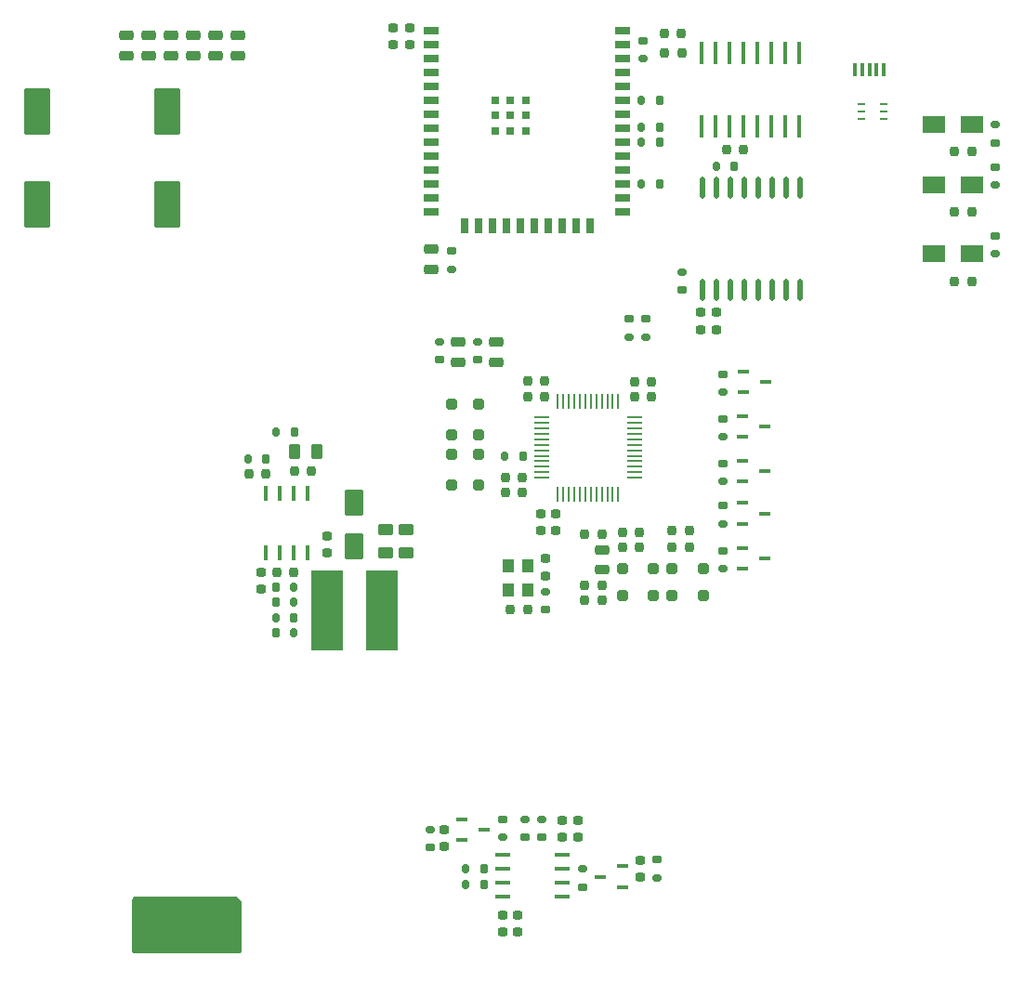
<source format=gbr>
%TF.GenerationSoftware,KiCad,Pcbnew,8.0.5*%
%TF.CreationDate,2024-11-25T17:26:56+07:00*%
%TF.ProjectId,MEASURE_POWER_AC,4d454153-5552-4455-9f50-4f5745525f41,rev?*%
%TF.SameCoordinates,Original*%
%TF.FileFunction,Paste,Top*%
%TF.FilePolarity,Positive*%
%FSLAX46Y46*%
G04 Gerber Fmt 4.6, Leading zero omitted, Abs format (unit mm)*
G04 Created by KiCad (PCBNEW 8.0.5) date 2024-11-25 17:26:56*
%MOMM*%
%LPD*%
G01*
G04 APERTURE LIST*
G04 Aperture macros list*
%AMRoundRect*
0 Rectangle with rounded corners*
0 $1 Rounding radius*
0 $2 $3 $4 $5 $6 $7 $8 $9 X,Y pos of 4 corners*
0 Add a 4 corners polygon primitive as box body*
4,1,4,$2,$3,$4,$5,$6,$7,$8,$9,$2,$3,0*
0 Add four circle primitives for the rounded corners*
1,1,$1+$1,$2,$3*
1,1,$1+$1,$4,$5*
1,1,$1+$1,$6,$7*
1,1,$1+$1,$8,$9*
0 Add four rect primitives between the rounded corners*
20,1,$1+$1,$2,$3,$4,$5,0*
20,1,$1+$1,$4,$5,$6,$7,0*
20,1,$1+$1,$6,$7,$8,$9,0*
20,1,$1+$1,$8,$9,$2,$3,0*%
G04 Aperture macros list end*
%ADD10RoundRect,0.170600X-0.244100X0.170600X-0.244100X-0.170600X0.244100X-0.170600X0.244100X0.170600X0*%
%ADD11RoundRect,0.174600X-0.249600X0.174600X-0.249600X-0.174600X0.249600X-0.174600X0.249600X0.174600X0*%
%ADD12RoundRect,0.170600X-0.170600X-0.244100X0.170600X-0.244100X0.170600X0.244100X-0.170600X0.244100X0*%
%ADD13RoundRect,0.174600X-0.174600X-0.249600X0.174600X-0.249600X0.174600X0.249600X-0.174600X0.249600X0*%
%ADD14RoundRect,0.218350X-0.430850X0.218350X-0.430850X-0.218350X0.430850X-0.218350X0.430850X0.218350X0*%
%ADD15RoundRect,0.199600X0.199600X0.224600X-0.199600X0.224600X-0.199600X-0.224600X0.199600X-0.224600X0*%
%ADD16RoundRect,0.199600X0.224600X-0.199600X0.224600X0.199600X-0.224600X0.199600X-0.224600X-0.199600X0*%
%ADD17RoundRect,0.170600X0.244100X-0.170600X0.244100X0.170600X-0.244100X0.170600X-0.244100X-0.170600X0*%
%ADD18RoundRect,0.174600X0.249600X-0.174600X0.249600X0.174600X-0.249600X0.174600X-0.249600X-0.174600X0*%
%ADD19RoundRect,0.218350X0.430850X-0.218350X0.430850X0.218350X-0.430850X0.218350X-0.430850X-0.218350X0*%
%ADD20R,1.066800X0.431800*%
%ADD21RoundRect,0.199600X-0.199600X-0.224600X0.199600X-0.224600X0.199600X0.224600X-0.199600X0.224600X0*%
%ADD22RoundRect,0.199600X-0.224600X0.199600X-0.224600X-0.199600X0.224600X-0.199600X0.224600X0.199600X0*%
%ADD23RoundRect,0.228383X-0.445817X0.308317X-0.445817X-0.308317X0.445817X-0.308317X0.445817X0.308317X0*%
%ADD24R,2.098400X1.598400*%
%ADD25RoundRect,0.235889X0.613311X-0.963311X0.613311X0.963311X-0.613311X0.963311X-0.613311X-0.963311X0*%
%ADD26RoundRect,0.170600X0.170600X0.244100X-0.170600X0.244100X-0.170600X-0.244100X0.170600X-0.244100X0*%
%ADD27RoundRect,0.174600X0.174600X0.249600X-0.174600X0.249600X-0.174600X-0.249600X0.174600X-0.249600X0*%
%ADD28R,1.398400X0.798400*%
%ADD29R,0.798400X1.398400*%
%ADD30R,0.798400X0.798400*%
%ADD31R,0.431800X1.358900*%
%ADD32R,2.895600X7.391400*%
%ADD33RoundRect,0.226909X-0.272291X-0.272291X0.272291X-0.272291X0.272291X0.272291X-0.272291X0.272291X0*%
%ADD34RoundRect,0.239840X0.959360X-1.909360X0.959360X1.909360X-0.959360X1.909360X-0.959360X-1.909360X0*%
%ADD35RoundRect,0.226909X-0.272291X0.272291X-0.272291X-0.272291X0.272291X-0.272291X0.272291X0.272291X0*%
%ADD36RoundRect,0.124600X0.124600X-0.849600X0.124600X0.849600X-0.124600X0.849600X-0.124600X-0.849600X0*%
%ADD37R,1.358900X0.431800*%
%ADD38R,0.177800X1.371600*%
%ADD39R,1.371600X0.177800*%
%ADD40RoundRect,0.226909X0.272291X0.272291X-0.272291X0.272291X-0.272291X-0.272291X0.272291X-0.272291X0*%
%ADD41R,0.457200X2.057400*%
%ADD42R,0.635000X0.254000*%
%ADD43RoundRect,0.226909X0.272291X-0.272291X0.272291X0.272291X-0.272291X0.272291X-0.272291X-0.272291X0*%
%ADD44R,1.098400X1.298400*%
%ADD45R,0.348400X1.198400*%
%ADD46RoundRect,0.228383X0.308317X0.445817X-0.308317X0.445817X-0.308317X-0.445817X0.308317X-0.445817X0*%
%ADD47RoundRect,0.225219X-0.423981X0.236481X-0.423981X-0.236481X0.423981X-0.236481X0.423981X0.236481X0*%
G04 APERTURE END LIST*
D10*
%TO.C,R5*%
X229756600Y-55157000D03*
D11*
X229756600Y-56807000D03*
%TD*%
D12*
%TO.C,R12*%
X244717200Y-33195600D03*
D13*
X246367200Y-33195600D03*
%TD*%
D14*
%TO.C,D23*%
X205887320Y-27281900D03*
X205887320Y-29156900D03*
%TD*%
D15*
%TO.C,C5*%
X245618600Y-58805000D03*
X244068600Y-58805000D03*
%TD*%
D16*
%TO.C,C98*%
X251510800Y-54064200D03*
X251510800Y-52514200D03*
%TD*%
D17*
%TO.C,R3*%
X276924400Y-47194200D03*
D18*
X276924400Y-45544200D03*
%TD*%
D12*
%TO.C,R9*%
X244691800Y-40815600D03*
D13*
X246341800Y-40815600D03*
%TD*%
D15*
%TO.C,C78*%
X213058809Y-76200000D03*
X211508809Y-76200000D03*
%TD*%
D17*
%TO.C,R8*%
X227418000Y-48587900D03*
D18*
X227418000Y-46937900D03*
%TD*%
D14*
%TO.C,D2*%
X231444800Y-55171100D03*
X231444800Y-57046100D03*
%TD*%
D19*
%TO.C,D25*%
X197739000Y-29156900D03*
X197739000Y-27281900D03*
%TD*%
D17*
%TO.C,R54*%
X252151000Y-71786599D03*
D18*
X252151000Y-70136599D03*
%TD*%
D15*
%TO.C,C16*%
X234315000Y-79587600D03*
X232765000Y-79587600D03*
%TD*%
D17*
%TO.C,R13*%
X244829400Y-29399600D03*
D18*
X244829400Y-27749600D03*
%TD*%
D16*
%TO.C,C11*%
X235534200Y-72403000D03*
X235534200Y-70853000D03*
%TD*%
D20*
%TO.C,Q3*%
X253974600Y-57898599D03*
X253974600Y-59798601D03*
X256006600Y-58848600D03*
%TD*%
D21*
%TO.C,C12*%
X232320800Y-68914200D03*
X233870800Y-68914200D03*
%TD*%
D17*
%TO.C,R6*%
X276924400Y-40920400D03*
D18*
X276924400Y-39270400D03*
%TD*%
D21*
%TO.C,C8*%
X247517000Y-73888600D03*
X249067000Y-73888600D03*
%TD*%
D22*
%TO.C,C17*%
X235956000Y-74951800D03*
X235956000Y-76501800D03*
%TD*%
D23*
%TO.C,C88*%
X223266000Y-72336138D03*
X223266000Y-74411138D03*
%TD*%
D24*
%TO.C,SW1*%
X271387200Y-47194200D03*
X274787200Y-47194200D03*
%TD*%
D19*
%TO.C,D3*%
X225526600Y-48587900D03*
X225526600Y-46712900D03*
%TD*%
D21*
%TO.C,C10*%
X232320800Y-67574800D03*
X233870800Y-67574800D03*
%TD*%
D10*
%TO.C,R7*%
X276924400Y-35396600D03*
D11*
X276924400Y-37046600D03*
%TD*%
D25*
%TO.C,D14*%
X218541600Y-69831200D03*
X218541600Y-73831200D03*
%TD*%
D26*
%TO.C,R38*%
X213058809Y-81674600D03*
D27*
X211408809Y-81674600D03*
%TD*%
D28*
%TO.C,U2*%
X225526600Y-26845600D03*
X225526600Y-28115600D03*
X225526600Y-29385600D03*
X225526600Y-30655600D03*
X225526600Y-31925600D03*
X225526600Y-33195600D03*
X225526600Y-34465600D03*
X225526600Y-35735600D03*
X225526600Y-37005600D03*
X225526600Y-38275600D03*
X225526600Y-39545600D03*
X225526600Y-40815600D03*
X225526600Y-42085600D03*
X225526600Y-43355600D03*
D29*
X228561600Y-44605600D03*
X229831600Y-44605600D03*
X231101600Y-44605600D03*
X232371600Y-44605600D03*
X233641600Y-44605600D03*
X234911600Y-44605600D03*
X236181600Y-44605600D03*
X237451600Y-44605600D03*
X238721600Y-44605600D03*
X239991600Y-44605600D03*
D28*
X243026600Y-43355600D03*
X243026600Y-42085600D03*
X243026600Y-40815600D03*
X243026600Y-39545600D03*
X243026600Y-38275600D03*
X243026600Y-37005600D03*
X243026600Y-35735600D03*
X243026600Y-34465600D03*
X243026600Y-33195600D03*
X243026600Y-31925600D03*
X243026600Y-30655600D03*
X243026600Y-29385600D03*
X243026600Y-28115600D03*
X243026600Y-26845600D03*
D30*
X231376600Y-33165600D03*
X232776600Y-33165600D03*
X234176600Y-33165600D03*
X231376600Y-34565600D03*
X232776600Y-34565600D03*
X234176600Y-34565600D03*
X231376600Y-35965600D03*
X232776600Y-35965600D03*
X234176600Y-35965600D03*
%TD*%
D16*
%TO.C,C9*%
X236905800Y-72377600D03*
X236905800Y-70827600D03*
%TD*%
D31*
%TO.C,U13*%
X214328809Y-68962838D03*
X213058809Y-68962838D03*
X211788809Y-68962838D03*
X210518809Y-68962838D03*
X210518809Y-74411138D03*
X211788809Y-74411138D03*
X213058809Y-74411138D03*
X214328809Y-74411138D03*
%TD*%
D32*
%TO.C,L1*%
X221027000Y-79687988D03*
X216027000Y-79687988D03*
%TD*%
D21*
%TO.C,C101*%
X246824200Y-28829000D03*
X248374200Y-28829000D03*
%TD*%
D22*
%TO.C,C68*%
X244627400Y-102399800D03*
X244627400Y-103949800D03*
%TD*%
D33*
%TO.C,D9*%
X242953100Y-75869800D03*
X245753100Y-75869800D03*
%TD*%
D10*
%TO.C,R1*%
X235944200Y-77937600D03*
D11*
X235944200Y-79587600D03*
%TD*%
D21*
%TO.C,C18*%
X273237200Y-49657000D03*
X274787200Y-49657000D03*
%TD*%
D12*
%TO.C,R2*%
X232245800Y-65569200D03*
D13*
X233895800Y-65569200D03*
%TD*%
D15*
%TO.C,C1*%
X245618600Y-60202000D03*
X244068600Y-60202000D03*
%TD*%
D34*
%TO.C,C92*%
X189687200Y-42630200D03*
X189687200Y-34230200D03*
%TD*%
D21*
%TO.C,C14*%
X239556800Y-77368400D03*
X241106800Y-77368400D03*
%TD*%
D16*
%TO.C,C97*%
X250139200Y-54064200D03*
X250139200Y-52514200D03*
%TD*%
D14*
%TO.C,D1*%
X227998200Y-55188000D03*
X227998200Y-57063000D03*
%TD*%
D20*
%TO.C,Q1*%
X228371400Y-98691800D03*
X228371400Y-100591802D03*
X230403400Y-99641801D03*
%TD*%
D21*
%TO.C,C100*%
X246769200Y-27051000D03*
X248319200Y-27051000D03*
%TD*%
D12*
%TO.C,R10*%
X244691800Y-37033600D03*
D13*
X246341800Y-37033600D03*
%TD*%
D17*
%TO.C,R31*%
X232073450Y-100341800D03*
D18*
X232073450Y-98691800D03*
%TD*%
D12*
%TO.C,R57*%
X251510800Y-39153200D03*
D13*
X253160800Y-39153200D03*
%TD*%
D21*
%TO.C,C6*%
X234352800Y-58754200D03*
X235902800Y-58754200D03*
%TD*%
D12*
%TO.C,R35*%
X211417800Y-63384800D03*
D13*
X213067800Y-63384800D03*
%TD*%
D12*
%TO.C,R39*%
X211408809Y-80301200D03*
D13*
X213058809Y-80301200D03*
%TD*%
D12*
%TO.C,R36*%
X208868809Y-65823200D03*
D13*
X210518809Y-65823200D03*
%TD*%
D35*
%TO.C,D13*%
X229844600Y-60855400D03*
X229844600Y-63655400D03*
%TD*%
D20*
%TO.C,Q4*%
X253949200Y-61970399D03*
X253949200Y-63870401D03*
X255981200Y-62920400D03*
%TD*%
D17*
%TO.C,R34*%
X246087000Y-104023601D03*
D18*
X246087000Y-102373601D03*
%TD*%
D21*
%TO.C,C2*%
X234352800Y-60151200D03*
X235902800Y-60151200D03*
%TD*%
D22*
%TO.C,C21*%
X223635600Y-26565600D03*
X223635600Y-28115600D03*
%TD*%
D14*
%TO.C,D24*%
X201813160Y-27281900D03*
X201813160Y-29156900D03*
%TD*%
D21*
%TO.C,C80*%
X208968809Y-67183000D03*
X210518809Y-67183000D03*
%TD*%
D20*
%TO.C,Q6*%
X253949200Y-69886597D03*
X253949200Y-71786599D03*
X255981200Y-70836598D03*
%TD*%
D22*
%TO.C,C65*%
X237521750Y-98791800D03*
X237521750Y-100341800D03*
%TD*%
D36*
%TO.C,U17*%
X250240800Y-50471600D03*
X251510800Y-50471600D03*
X252780800Y-50471600D03*
X254050800Y-50471600D03*
X255320800Y-50471600D03*
X256590800Y-50471600D03*
X257860800Y-50471600D03*
X259130800Y-50471600D03*
X259130800Y-41171600D03*
X257860800Y-41171600D03*
X256590800Y-41171600D03*
X255320800Y-41171600D03*
X254050800Y-41171600D03*
X252780800Y-41171600D03*
X251510800Y-41171600D03*
X250240800Y-41171600D03*
%TD*%
D12*
%TO.C,R28*%
X228689800Y-104634400D03*
D13*
X230339800Y-104634400D03*
%TD*%
D37*
%TO.C,U11*%
X232073450Y-101955600D03*
X232073450Y-103225600D03*
X232073450Y-104495600D03*
X232073450Y-105765600D03*
X237521750Y-105765600D03*
X237521750Y-104495600D03*
X237521750Y-103225600D03*
X237521750Y-101955600D03*
%TD*%
D38*
%TO.C,U1*%
X237102200Y-69041200D03*
X237602199Y-69041200D03*
X238102201Y-69041200D03*
X238602200Y-69041200D03*
X239102199Y-69041200D03*
X239602200Y-69041200D03*
X240102200Y-69041200D03*
X240602201Y-69041200D03*
X241102200Y-69041200D03*
X241602199Y-69041200D03*
X242102201Y-69041200D03*
X242602200Y-69041200D03*
D39*
X244068600Y-67574800D03*
X244068600Y-67074801D03*
X244068600Y-66574799D03*
X244068600Y-66074800D03*
X244068600Y-65574801D03*
X244068600Y-65074800D03*
X244068600Y-64574800D03*
X244068600Y-64074799D03*
X244068600Y-63574800D03*
X244068600Y-63074801D03*
X244068600Y-62574799D03*
X244068600Y-62074800D03*
D38*
X242602200Y-60608400D03*
X242102201Y-60608400D03*
X241602199Y-60608400D03*
X241102200Y-60608400D03*
X240602201Y-60608400D03*
X240102200Y-60608400D03*
X239602200Y-60608400D03*
X239102199Y-60608400D03*
X238602200Y-60608400D03*
X238102201Y-60608400D03*
X237602199Y-60608400D03*
X237102200Y-60608400D03*
D39*
X235635800Y-62074800D03*
X235635800Y-62574799D03*
X235635800Y-63074801D03*
X235635800Y-63574800D03*
X235635800Y-64074799D03*
X235635800Y-64574800D03*
X235635800Y-65074800D03*
X235635800Y-65574801D03*
X235635800Y-66074800D03*
X235635800Y-66574799D03*
X235635800Y-67074801D03*
X235635800Y-67574800D03*
%TD*%
D10*
%TO.C,R4*%
X226276800Y-55188000D03*
D11*
X226276800Y-56838000D03*
%TD*%
D12*
%TO.C,R27*%
X228689800Y-103237400D03*
D13*
X230339800Y-103237400D03*
%TD*%
D12*
%TO.C,R11*%
X244691800Y-35673400D03*
D13*
X246341800Y-35673400D03*
%TD*%
D22*
%TO.C,C22*%
X222111600Y-26565600D03*
X222111600Y-28115600D03*
%TD*%
D26*
%TO.C,R37*%
X213058809Y-77559800D03*
D27*
X211408809Y-77559800D03*
%TD*%
D40*
%TO.C,D8*%
X245753100Y-78333600D03*
X242953100Y-78333600D03*
%TD*%
D41*
%TO.C,U18*%
X250185800Y-35585400D03*
X251455800Y-35585400D03*
X252725800Y-35585400D03*
X253995800Y-35585400D03*
X255265800Y-35585400D03*
X256535800Y-35585400D03*
X257805800Y-35585400D03*
X259075800Y-35585400D03*
X259075800Y-28829000D03*
X257805800Y-28829000D03*
X256535800Y-28829000D03*
X255265800Y-28829000D03*
X253995800Y-28829000D03*
X252725800Y-28829000D03*
X251455800Y-28829000D03*
X250185800Y-28829000D03*
%TD*%
D35*
%TO.C,D10*%
X227406200Y-65473100D03*
X227406200Y-68273100D03*
%TD*%
D10*
%TO.C,R32*%
X239332400Y-103225600D03*
D11*
X239332400Y-104875600D03*
%TD*%
D24*
%TO.C,SW2*%
X271387200Y-40920400D03*
X274787200Y-40920400D03*
%TD*%
D17*
%TO.C,R55*%
X252151000Y-75880001D03*
D18*
X252151000Y-74230001D03*
%TD*%
D42*
%TO.C,D20*%
X264718800Y-33553400D03*
X264718800Y-34213800D03*
X264718800Y-34874200D03*
X266801600Y-34874200D03*
X266801600Y-34213800D03*
X266801600Y-33553400D03*
%TD*%
D20*
%TO.C,Q5*%
X253949200Y-66013997D03*
X253949200Y-67913999D03*
X255981200Y-66963998D03*
%TD*%
D10*
%TO.C,R30*%
X234100000Y-98691800D03*
D11*
X234100000Y-100341800D03*
%TD*%
D26*
%TO.C,R40*%
X213058809Y-78931400D03*
D27*
X211408809Y-78931400D03*
%TD*%
D16*
%TO.C,C77*%
X210036209Y-77750000D03*
X210036209Y-76200000D03*
%TD*%
D22*
%TO.C,C66*%
X233451400Y-107429000D03*
X233451400Y-108979000D03*
%TD*%
D43*
%TO.C,D11*%
X229844600Y-68247700D03*
X229844600Y-65447700D03*
%TD*%
D10*
%TO.C,R29*%
X235598600Y-98691800D03*
D11*
X235598600Y-100341800D03*
%TD*%
D44*
%TO.C,Y1*%
X232615000Y-75574800D03*
X232615000Y-77774800D03*
X234315000Y-77774800D03*
X234315000Y-75574800D03*
%TD*%
D21*
%TO.C,C20*%
X273237200Y-37808600D03*
X274787200Y-37808600D03*
%TD*%
D10*
%TO.C,R33*%
X225438600Y-99641801D03*
D11*
X225438600Y-101291801D03*
%TD*%
D17*
%TO.C,R53*%
X252151000Y-67913999D03*
D18*
X252151000Y-66263999D03*
%TD*%
D33*
%TO.C,D6*%
X247517000Y-78333600D03*
X250317000Y-78333600D03*
%TD*%
D21*
%TO.C,C13*%
X239556800Y-78714600D03*
X241106800Y-78714600D03*
%TD*%
D15*
%TO.C,C72*%
X214621209Y-66937188D03*
X213071209Y-66937188D03*
%TD*%
D14*
%TO.C,D22*%
X199776080Y-27281900D03*
X199776080Y-29156900D03*
%TD*%
%TO.C,D26*%
X207924400Y-27281900D03*
X207924400Y-29156900D03*
%TD*%
D45*
%TO.C,J5*%
X266780800Y-30398800D03*
X266130800Y-30398800D03*
X265480800Y-30398800D03*
X264830800Y-30398800D03*
X264180800Y-30398800D03*
%TD*%
D17*
%TO.C,R52*%
X252151000Y-63870401D03*
D18*
X252151000Y-62220401D03*
%TD*%
D43*
%TO.C,D12*%
X227406200Y-63706200D03*
X227406200Y-60906200D03*
%TD*%
D22*
%TO.C,C64*%
X238887000Y-98791800D03*
X238887000Y-100341800D03*
%TD*%
D40*
%TO.C,D7*%
X250317000Y-75869800D03*
X247517000Y-75869800D03*
%TD*%
D10*
%TO.C,R58*%
X248374800Y-48821600D03*
D11*
X248374800Y-50471600D03*
%TD*%
D14*
%TO.C,D21*%
X203835240Y-27277300D03*
X203835240Y-29152300D03*
%TD*%
D17*
%TO.C,R42*%
X243572400Y-54748800D03*
D18*
X243572400Y-53098800D03*
%TD*%
D46*
%TO.C,C70*%
X215172509Y-65159188D03*
X213097509Y-65159188D03*
%TD*%
D22*
%TO.C,C67*%
X232073450Y-107429000D03*
X232073450Y-108979000D03*
%TD*%
D17*
%TO.C,R51*%
X252176400Y-59801000D03*
D18*
X252176400Y-58151000D03*
%TD*%
D16*
%TO.C,C69*%
X226771200Y-101191801D03*
X226771200Y-99641801D03*
%TD*%
D24*
%TO.C,SW3*%
X271387200Y-35396600D03*
X274787200Y-35396600D03*
%TD*%
D20*
%TO.C,Q2*%
X243001800Y-104875600D03*
X243001800Y-102975598D03*
X240969800Y-103925599D03*
%TD*%
D16*
%TO.C,C82*%
X216027000Y-74411138D03*
X216027000Y-72861138D03*
%TD*%
D21*
%TO.C,C15*%
X239556800Y-72694800D03*
X241106800Y-72694800D03*
%TD*%
D20*
%TO.C,Q7*%
X253949200Y-73979999D03*
X253949200Y-75880001D03*
X255981200Y-74930000D03*
%TD*%
D17*
%TO.C,R41*%
X245096400Y-54748800D03*
D18*
X245096400Y-53098800D03*
%TD*%
D47*
%TO.C,FB1*%
X241106800Y-74141164D03*
X241106800Y-75966164D03*
%TD*%
D15*
%TO.C,C3*%
X244503100Y-73939400D03*
X242953100Y-73939400D03*
%TD*%
%TO.C,C7*%
X244503100Y-72567800D03*
X242953100Y-72567800D03*
%TD*%
D21*
%TO.C,C4*%
X247517000Y-72415400D03*
X249067000Y-72415400D03*
%TD*%
D34*
%TO.C,C93*%
X201472800Y-42639700D03*
X201472800Y-34239700D03*
%TD*%
D21*
%TO.C,C99*%
X252445800Y-37693600D03*
X253995800Y-37693600D03*
%TD*%
%TO.C,C19*%
X273237200Y-43332400D03*
X274787200Y-43332400D03*
%TD*%
D23*
%TO.C,C86*%
X221361000Y-72336138D03*
X221361000Y-74411138D03*
%TD*%
G36*
X207865661Y-105734013D02*
G01*
X207877665Y-105744265D01*
X208275935Y-106142535D01*
X208304161Y-106197933D01*
X208305400Y-106213670D01*
X208305400Y-110702330D01*
X208286187Y-110761461D01*
X208275935Y-110773465D01*
X208131665Y-110917735D01*
X208076267Y-110945961D01*
X208060530Y-110947200D01*
X198542670Y-110947200D01*
X198483539Y-110927987D01*
X198471535Y-110917735D01*
X198352665Y-110798865D01*
X198324439Y-110743467D01*
X198323200Y-110727730D01*
X198323200Y-105959670D01*
X198342413Y-105900539D01*
X198352665Y-105888535D01*
X198496935Y-105744265D01*
X198552333Y-105716039D01*
X198568070Y-105714800D01*
X207806530Y-105714800D01*
X207865661Y-105734013D01*
G37*
M02*

</source>
